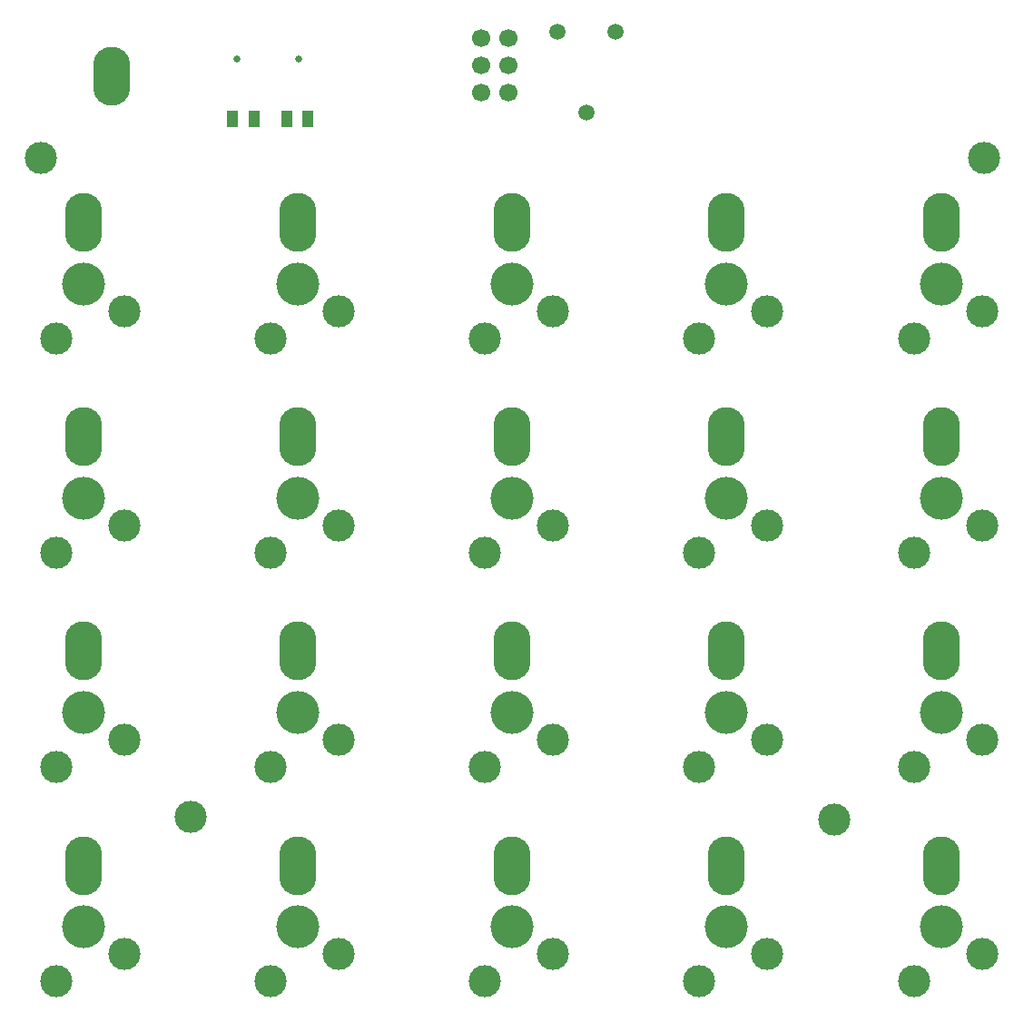
<source format=gbr>
G04 #@! TF.GenerationSoftware,KiCad,Pcbnew,(5.1.9)-1*
G04 #@! TF.CreationDate,2021-02-04T21:44:10+01:00*
G04 #@! TF.ProjectId,Makrokeyboard,4d616b72-6f6b-4657-9962-6f6172642e6b,rev?*
G04 #@! TF.SameCoordinates,Original*
G04 #@! TF.FileFunction,Soldermask,Top*
G04 #@! TF.FilePolarity,Negative*
%FSLAX46Y46*%
G04 Gerber Fmt 4.6, Leading zero omitted, Abs format (unit mm)*
G04 Created by KiCad (PCBNEW (5.1.9)-1) date 2021-02-04 21:44:10*
%MOMM*%
%LPD*%
G01*
G04 APERTURE LIST*
%ADD10C,1.700000*%
%ADD11R,1.000000X1.500000*%
%ADD12O,3.450000X5.500000*%
%ADD13C,3.000000*%
%ADD14C,0.650000*%
%ADD15C,1.500000*%
%ADD16C,4.000000*%
G04 APERTURE END LIST*
D10*
X148670000Y-38150000D03*
X146130000Y-35610000D03*
X148670000Y-35610000D03*
X148670000Y-40690000D03*
X146130000Y-40690000D03*
X146130000Y-38150000D03*
D11*
X124900000Y-43150000D03*
X122900000Y-43150000D03*
X127950000Y-43100000D03*
X129950000Y-43100000D03*
D12*
X111600000Y-39150000D03*
D13*
X119000000Y-108250000D03*
X193000000Y-46750000D03*
X179000000Y-108500000D03*
X105000000Y-46750000D03*
D14*
X123310000Y-37530000D03*
X129090000Y-37530000D03*
D15*
X155900000Y-42550000D03*
X158600000Y-34980000D03*
X153200000Y-34980000D03*
D13*
X106460000Y-63580000D03*
X112810000Y-61040000D03*
D16*
X109000000Y-58500000D03*
D13*
X106460000Y-83580000D03*
X112810000Y-81040000D03*
D16*
X109000000Y-78500000D03*
D13*
X106460000Y-103580000D03*
X112810000Y-101040000D03*
D16*
X109000000Y-98500000D03*
D13*
X106460000Y-123580000D03*
X112810000Y-121040000D03*
D16*
X109000000Y-118500000D03*
D13*
X126460000Y-63580000D03*
X132810000Y-61040000D03*
D16*
X129000000Y-58500000D03*
D13*
X126460000Y-83580000D03*
X132810000Y-81040000D03*
D16*
X129000000Y-78500000D03*
D13*
X126460000Y-103580000D03*
X132810000Y-101040000D03*
D16*
X129000000Y-98500000D03*
D13*
X126460000Y-123580000D03*
X132810000Y-121040000D03*
D16*
X129000000Y-118500000D03*
D13*
X146460000Y-63580000D03*
X152810000Y-61040000D03*
D16*
X149000000Y-58500000D03*
D13*
X146460000Y-83580000D03*
X152810000Y-81040000D03*
D16*
X149000000Y-78500000D03*
D13*
X146460000Y-103580000D03*
X152810000Y-101040000D03*
D16*
X149000000Y-98500000D03*
D13*
X146460000Y-123580000D03*
X152810000Y-121040000D03*
D16*
X149000000Y-118500000D03*
D13*
X166460000Y-63580000D03*
X172810000Y-61040000D03*
D16*
X169000000Y-58500000D03*
D13*
X166460000Y-83580000D03*
X172810000Y-81040000D03*
D16*
X169000000Y-78500000D03*
D13*
X166460000Y-103580000D03*
X172810000Y-101040000D03*
D16*
X169000000Y-98500000D03*
D13*
X166460000Y-123580000D03*
X172810000Y-121040000D03*
D16*
X169000000Y-118500000D03*
D13*
X186460000Y-63580000D03*
X192810000Y-61040000D03*
D16*
X189000000Y-58500000D03*
D13*
X186460000Y-83580000D03*
X192810000Y-81040000D03*
D16*
X189000000Y-78500000D03*
D13*
X186460000Y-103580000D03*
X192810000Y-101040000D03*
D16*
X189000000Y-98500000D03*
D13*
X186460000Y-123580000D03*
X192810000Y-121040000D03*
D16*
X189000000Y-118500000D03*
D12*
X189000000Y-52750000D03*
X189000000Y-92750000D03*
X169000000Y-52750000D03*
X169000000Y-92750000D03*
X149000000Y-52750000D03*
X149000000Y-92750000D03*
X129000000Y-52750000D03*
X129000000Y-92750000D03*
X109000000Y-52750000D03*
X109000000Y-92750000D03*
X109000000Y-72750000D03*
X109000000Y-112750000D03*
X129000000Y-72750000D03*
X129000000Y-112750000D03*
X149000000Y-72750000D03*
X149000000Y-112750000D03*
X169000000Y-72750000D03*
X169000000Y-112750000D03*
X189000000Y-72750000D03*
X189000000Y-112750000D03*
M02*

</source>
